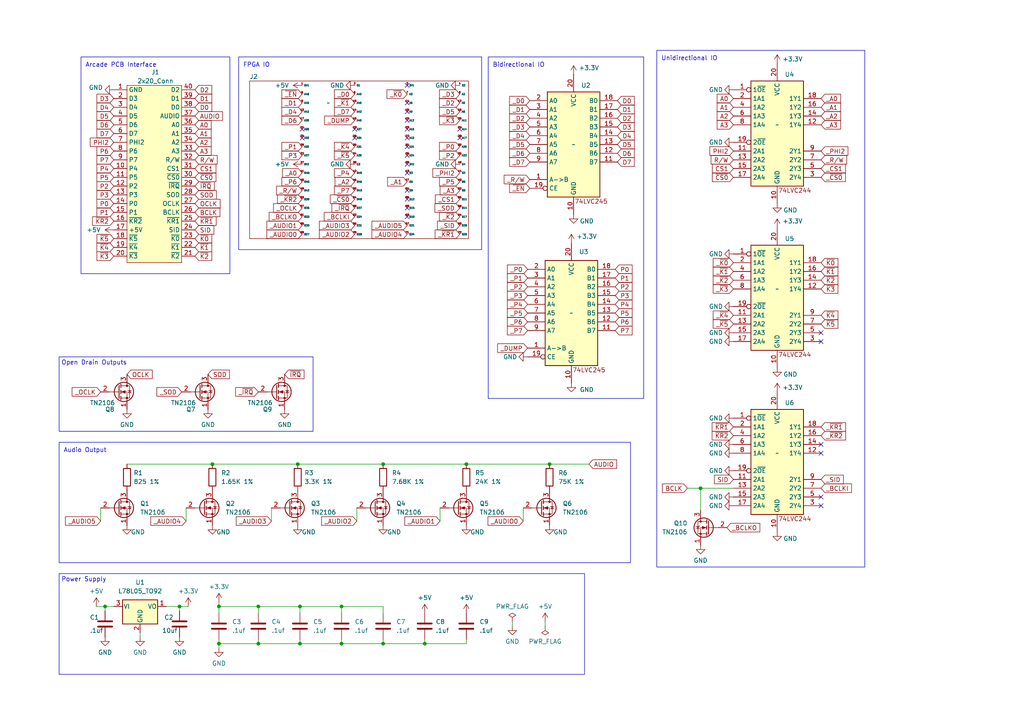
<source format=kicad_sch>
(kicad_sch (version 20230121) (generator eeschema)
  (paper "A4")
  (junction (at 203.2 141.605))
  (junction (at 61.595 134.62))
  (junction (at 86.995 175.895))
  (junction (at 86.36 134.62))
  (junction (at 111.125 186.69))
  (junction (at 159.385 134.62))
  (junction (at 99.06 186.69))
  (junction (at 52.07 175.895))
  (junction (at 135.255 134.62))
  (junction (at 111.125 134.62))
  (junction (at 123.19 186.69))
  (junction (at 74.93 186.69))
  (junction (at 63.5 175.895))
  (junction (at 63.5 186.69))
  (junction (at 99.06 175.895))
  (junction (at 74.93 175.895))
  (junction (at 30.48 175.895))
  (junction (at 86.995 186.69))
  (no_connect (at 118.11 47.625))
  (no_connect (at 238.125 144.145))
  (no_connect (at 133.35 37.465))
  (no_connect (at 118.11 34.925))
  (no_connect (at 118.11 50.165))
  (no_connect (at 118.11 60.325))
  (no_connect (at 118.11 37.465))
  (no_connect (at 102.87 37.465))
  (no_connect (at 133.35 40.005))
  (no_connect (at 118.11 55.245))
  (no_connect (at 238.125 131.445))
  (no_connect (at 118.11 32.385))
  (no_connect (at 118.11 45.085))
  (no_connect (at 87.63 37.465))
  (no_connect (at 87.63 40.005))
  (no_connect (at 102.87 40.005))
  (no_connect (at 118.11 57.785))
  (no_connect (at 118.11 40.005))
  (no_connect (at 118.11 62.865))
  (no_connect (at 238.125 99.06))
  (no_connect (at 118.11 29.845))
  (no_connect (at 118.11 24.765))
  (no_connect (at 118.11 42.545))
  (no_connect (at 238.125 146.685))
  (no_connect (at 238.125 128.905))
  (no_connect (at 238.125 96.52))
  (wire (pts (xy 111.125 175.895) (xy 111.125 177.8)))
  (wire (pts (xy 63.5 186.69) (xy 74.93 186.69)))
  (wire (pts (xy 29.21 147.32) (xy 29.21 151.13)))
  (wire (pts (xy 52.07 175.895) (xy 52.07 177.165)))
  (wire (pts (xy 86.36 134.62) (xy 111.125 134.62)))
  (wire (pts (xy 203.2 141.605) (xy 203.2 147.955)))
  (wire (pts (xy 111.125 186.69) (xy 123.19 186.69)))
  (wire (pts (xy 99.06 175.895) (xy 99.06 177.8)))
  (wire (pts (xy 111.125 134.62) (xy 135.255 134.62)))
  (wire (pts (xy 36.83 134.62) (xy 61.595 134.62)))
  (wire (pts (xy 123.19 185.42) (xy 123.19 186.69)))
  (wire (pts (xy 52.07 175.895) (xy 54.61 175.895)))
  (wire (pts (xy 27.94 175.895) (xy 30.48 175.895)))
  (wire (pts (xy 74.93 175.895) (xy 86.995 175.895)))
  (wire (pts (xy 148.59 180.34) (xy 148.59 181.61)))
  (wire (pts (xy 63.5 175.895) (xy 63.5 177.8)))
  (wire (pts (xy 86.995 186.69) (xy 99.06 186.69)))
  (wire (pts (xy 40.64 184.785) (xy 40.64 183.515)))
  (wire (pts (xy 48.26 175.895) (xy 52.07 175.895)))
  (wire (pts (xy 63.5 185.42) (xy 63.5 186.69)))
  (wire (pts (xy 86.995 175.895) (xy 99.06 175.895)))
  (wire (pts (xy 86.995 175.895) (xy 86.995 177.8)))
  (wire (pts (xy 203.2 141.605) (xy 212.725 141.605)))
  (wire (pts (xy 135.255 134.62) (xy 159.385 134.62)))
  (wire (pts (xy 199.39 141.605) (xy 203.2 141.605)))
  (wire (pts (xy 99.06 175.895) (xy 111.125 175.895)))
  (wire (pts (xy 78.74 147.32) (xy 78.74 151.13)))
  (wire (pts (xy 135.255 186.69) (xy 135.255 185.42)))
  (wire (pts (xy 103.505 147.32) (xy 103.505 151.13)))
  (wire (pts (xy 63.5 174.625) (xy 63.5 175.895)))
  (wire (pts (xy 158.115 180.34) (xy 158.115 181.61)))
  (wire (pts (xy 86.995 186.69) (xy 74.93 186.69)))
  (wire (pts (xy 123.19 186.69) (xy 135.255 186.69)))
  (wire (pts (xy 159.385 134.62) (xy 170.815 134.62)))
  (wire (pts (xy 74.93 186.69) (xy 74.93 185.42)))
  (wire (pts (xy 127.635 147.32) (xy 127.635 151.13)))
  (wire (pts (xy 111.125 186.69) (xy 111.125 185.42)))
  (wire (pts (xy 30.48 175.895) (xy 33.02 175.895)))
  (wire (pts (xy 30.48 175.895) (xy 30.48 177.165)))
  (wire (pts (xy 53.975 147.32) (xy 53.975 151.13)))
  (wire (pts (xy 99.06 186.69) (xy 99.06 185.42)))
  (wire (pts (xy 61.595 134.62) (xy 86.36 134.62)))
  (wire (pts (xy 74.93 175.895) (xy 74.93 177.8)))
  (wire (pts (xy 86.995 185.42) (xy 86.995 186.69)))
  (wire (pts (xy 99.06 186.69) (xy 111.125 186.69)))
  (wire (pts (xy 63.5 186.69) (xy 63.5 187.96)))
  (wire (pts (xy 151.765 147.32) (xy 151.765 151.13)))
  (wire (pts (xy 63.5 175.895) (xy 74.93 175.895)))
  (rectangle (start 23.495 16.51) (end 66.675 79.375))
  (rectangle (start 69.215 16.51) (end 139.7 72.39))
  (rectangle (start 17.145 166.37) (end 169.545 195.58))
  (rectangle (start 141.605 16.51) (end 186.69 115.57))
  (rectangle (start 17.145 128.27) (end 182.88 163.195))
  (rectangle (start 190.5 14.605) (end 250.825 164.465))
  (rectangle (start 17.145 103.505) (end 90.805 125.095))
  (text "Unidirectional IO" (at 191.77 17.78 0) (effects (font (size 1.27 1.27)) (justify left bottom)))
  (text "Arcade PCB Interface" (at 24.765 19.685 0) (effects (font (size 1.27 1.27)) (justify left bottom)))
  (text "Bidirectional IO" (at 142.875 19.685 0) (effects (font (size 1.27 1.27)) (justify left bottom)))
  (text "Audio Output" (at 18.415 131.445 0) (effects (font (size 1.27 1.27)) (justify left bottom)))
  (text "Power Supply" (at 17.78 168.91 0) (effects (font (size 1.27 1.27)) (justify left bottom)))
  (text "Open Drain Outputs" (at 17.78 106.045 0) (effects (font (size 1.27 1.27)) (justify left bottom)))
  (text "FPGA IO" (at 70.485 19.685 0) (effects (font (size 1.27 1.27)) (justify left bottom)))
  (global_label "_D1" (shape input) (at 87.63 29.845 180) (property "Intersheetrefs" "${INTERSHEET_REFS}" (effects hide)))
  (global_label "~{KR2}" (shape input) (at 212.725 126.365 180) (property "Intersheetrefs" "${INTERSHEET_REFS}" (effects hide)))
  (global_label "_~{K0}" (shape input) (at 118.11 27.305 180) (property "Intersheetrefs" "${INTERSHEET_REFS}" (effects hide)))
  (global_label "P2" (shape input) (at 178.435 83.185 0) (property "Intersheetrefs" "${INTERSHEET_REFS}" (effects hide)))
  (global_label "~{K3}" (shape input) (at 33.02 74.295 180) (property "Intersheetrefs" "${INTERSHEET_REFS}" (effects hide)))
  (global_label "~{K0}" (shape input) (at 238.125 76.2 0) (property "Intersheetrefs" "${INTERSHEET_REFS}" (effects hide)))
  (global_label "A0" (shape input) (at 212.725 28.575 180) (property "Intersheetrefs" "${INTERSHEET_REFS}" (effects hide)))
  (global_label "_AUDIO3" (shape input) (at 78.74 151.13 180) (property "Intersheetrefs" "${INTERSHEET_REFS}" (effects hide)))
  (global_label "AUDIO" (shape input) (at 170.815 134.62 0) (property "Intersheetrefs" "${INTERSHEET_REFS}" (effects hide)))
  (global_label "_~{K4}" (shape input) (at 102.87 42.545 180) (property "Intersheetrefs" "${INTERSHEET_REFS}" (effects hide)))
  (global_label "~{K0}" (shape input) (at 56.515 69.215 0) (property "Intersheetrefs" "${INTERSHEET_REFS}" (effects hide)))
  (global_label "D6" (shape input) (at 179.07 44.45 0) (property "Intersheetrefs" "${INTERSHEET_REFS}" (effects hide)))
  (global_label "_DUMP" (shape input) (at 102.87 34.925 180) (property "Intersheetrefs" "${INTERSHEET_REFS}" (effects hide)))
  (global_label "_~{IRQ}" (shape input) (at 74.93 113.665 180) (property "Intersheetrefs" "${INTERSHEET_REFS}" (effects hide)))
  (global_label "A1" (shape input) (at 56.515 38.735 0) (property "Intersheetrefs" "${INTERSHEET_REFS}" (effects hide)))
  (global_label "_D1" (shape input) (at 153.67 31.75 180) (property "Intersheetrefs" "${INTERSHEET_REFS}" (effects hide)))
  (global_label "P4" (shape input) (at 33.02 48.895 180) (property "Intersheetrefs" "${INTERSHEET_REFS}" (effects hide)))
  (global_label "_D7" (shape input) (at 102.87 32.385 180) (property "Intersheetrefs" "${INTERSHEET_REFS}" (effects hide)))
  (global_label "_SID" (shape input) (at 238.125 139.065 0) (property "Intersheetrefs" "${INTERSHEET_REFS}" (effects hide)))
  (global_label "_A1" (shape input) (at 118.11 52.705 180) (property "Intersheetrefs" "${INTERSHEET_REFS}" (effects hide)))
  (global_label "_~{KR1}" (shape input) (at 238.125 123.825 0) (property "Intersheetrefs" "${INTERSHEET_REFS}" (effects hide)))
  (global_label "_AUDIO0" (shape input) (at 87.63 67.945 180) (property "Intersheetrefs" "${INTERSHEET_REFS}" (effects hide)))
  (global_label "_D7" (shape input) (at 153.67 46.99 180) (property "Intersheetrefs" "${INTERSHEET_REFS}" (effects hide)))
  (global_label "_D3" (shape input) (at 133.35 27.305 180) (property "Intersheetrefs" "${INTERSHEET_REFS}" (effects hide)))
  (global_label "_BCLKI" (shape input) (at 102.87 62.865 180) (property "Intersheetrefs" "${INTERSHEET_REFS}" (effects hide)))
  (global_label "_D5" (shape input) (at 153.67 41.91 180) (property "Intersheetrefs" "${INTERSHEET_REFS}" (effects hide)))
  (global_label "_P1" (shape input) (at 153.035 80.645 180) (property "Intersheetrefs" "${INTERSHEET_REFS}" (effects hide)))
  (global_label "_~{CS0}" (shape input) (at 238.125 51.435 0) (property "Intersheetrefs" "${INTERSHEET_REFS}" (effects hide)))
  (global_label "_P4" (shape input) (at 153.035 88.265 180) (property "Intersheetrefs" "${INTERSHEET_REFS}" (effects hide)))
  (global_label "_R{slash}W" (shape input) (at 238.125 46.355 0) (property "Intersheetrefs" "${INTERSHEET_REFS}" (effects hide)))
  (global_label "~{K1}" (shape input) (at 56.515 71.755 0) (property "Intersheetrefs" "${INTERSHEET_REFS}" (effects hide)))
  (global_label "D1" (shape input) (at 56.515 28.575 0) (property "Intersheetrefs" "${INTERSHEET_REFS}" (effects hide)))
  (global_label "_PHI2" (shape input) (at 238.125 43.815 0) (property "Intersheetrefs" "${INTERSHEET_REFS}" (effects hide)))
  (global_label "D0" (shape input) (at 179.07 29.21 0) (property "Intersheetrefs" "${INTERSHEET_REFS}" (effects hide)))
  (global_label "_~{KR2}" (shape input) (at 87.63 57.785 180) (property "Intersheetrefs" "${INTERSHEET_REFS}" (effects hide)))
  (global_label "D2" (shape input) (at 179.07 34.29 0) (property "Intersheetrefs" "${INTERSHEET_REFS}" (effects hide)))
  (global_label "CS1" (shape input) (at 56.515 48.895 0) (property "Intersheetrefs" "${INTERSHEET_REFS}" (effects hide)))
  (global_label "BCLK" (shape input) (at 56.515 61.595 0) (property "Intersheetrefs" "${INTERSHEET_REFS}" (effects hide)))
  (global_label "_P2" (shape input) (at 133.35 45.085 180) (property "Intersheetrefs" "${INTERSHEET_REFS}" (effects hide)))
  (global_label "R{slash}W" (shape input) (at 56.515 46.355 0) (property "Intersheetrefs" "${INTERSHEET_REFS}" (effects hide)))
  (global_label "_~{K2}" (shape input) (at 212.725 81.28 180) (property "Intersheetrefs" "${INTERSHEET_REFS}" (effects hide)))
  (global_label "_~{K5}" (shape input) (at 212.725 93.98 180) (property "Intersheetrefs" "${INTERSHEET_REFS}" (effects hide)))
  (global_label "D0" (shape input) (at 56.515 31.115 0) (property "Intersheetrefs" "${INTERSHEET_REFS}" (effects hide)))
  (global_label "_SOD" (shape input) (at 133.35 60.325 180) (property "Intersheetrefs" "${INTERSHEET_REFS}" (effects hide)))
  (global_label "_~{K3}" (shape input) (at 212.725 83.82 180) (property "Intersheetrefs" "${INTERSHEET_REFS}" (effects hide)))
  (global_label "_AUDIO3" (shape input) (at 102.87 65.405 180) (property "Intersheetrefs" "${INTERSHEET_REFS}" (effects hide)))
  (global_label "P7" (shape input) (at 178.435 95.885 0) (property "Intersheetrefs" "${INTERSHEET_REFS}" (effects hide)))
  (global_label "_D2" (shape input) (at 153.67 34.29 180) (property "Intersheetrefs" "${INTERSHEET_REFS}" (effects hide)))
  (global_label "P5" (shape input) (at 178.435 90.805 0) (property "Intersheetrefs" "${INTERSHEET_REFS}" (effects hide)))
  (global_label "_~{K3}" (shape input) (at 133.35 34.925 180) (property "Intersheetrefs" "${INTERSHEET_REFS}" (effects hide)))
  (global_label "A0" (shape input) (at 56.515 36.195 0) (property "Intersheetrefs" "${INTERSHEET_REFS}" (effects hide)))
  (global_label "D2" (shape input) (at 56.515 26.035 0) (property "Intersheetrefs" "${INTERSHEET_REFS}" (effects hide)))
  (global_label "_A3" (shape input) (at 238.125 36.195 0) (property "Intersheetrefs" "${INTERSHEET_REFS}" (effects hide)))
  (global_label "~{K1}" (shape input) (at 238.125 78.74 0) (property "Intersheetrefs" "${INTERSHEET_REFS}" (effects hide)))
  (global_label "D7" (shape input) (at 179.07 46.99 0) (property "Intersheetrefs" "${INTERSHEET_REFS}" (effects hide)))
  (global_label "_AUDIO2" (shape input) (at 103.505 151.13 180) (property "Intersheetrefs" "${INTERSHEET_REFS}" (effects hide)))
  (global_label "SID" (shape input) (at 56.515 66.675 0) (property "Intersheetrefs" "${INTERSHEET_REFS}" (effects hide)))
  (global_label "_~{IRQ}" (shape input) (at 102.87 60.325 180) (property "Intersheetrefs" "${INTERSHEET_REFS}" (effects hide)))
  (global_label "_SOD" (shape input) (at 52.705 113.665 180) (property "Intersheetrefs" "${INTERSHEET_REFS}" (effects hide)))
  (global_label "A1" (shape input) (at 212.725 31.115 180) (property "Intersheetrefs" "${INTERSHEET_REFS}" (effects hide)))
  (global_label "_BCLKO" (shape input) (at 87.63 62.865 180) (property "Intersheetrefs" "${INTERSHEET_REFS}" (effects hide)))
  (global_label "P6" (shape input) (at 33.02 43.815 180) (property "Intersheetrefs" "${INTERSHEET_REFS}" (effects hide)))
  (global_label "_CS1" (shape input) (at 133.35 57.785 180) (property "Intersheetrefs" "${INTERSHEET_REFS}" (effects hide)))
  (global_label "_~{K1}" (shape input) (at 212.725 78.74 180) (property "Intersheetrefs" "${INTERSHEET_REFS}" (effects hide)))
  (global_label "D3" (shape input) (at 179.07 36.83 0) (property "Intersheetrefs" "${INTERSHEET_REFS}" (effects hide)))
  (global_label "P0" (shape input) (at 33.02 59.055 180) (property "Intersheetrefs" "${INTERSHEET_REFS}" (effects hide)))
  (global_label "D7" (shape input) (at 33.02 38.735 180) (property "Intersheetrefs" "${INTERSHEET_REFS}" (effects hide)))
  (global_label "_P6" (shape input) (at 153.035 93.345 180) (property "Intersheetrefs" "${INTERSHEET_REFS}" (effects hide)))
  (global_label "P3" (shape input) (at 178.435 85.725 0) (property "Intersheetrefs" "${INTERSHEET_REFS}" (effects hide)))
  (global_label "_P5" (shape input) (at 133.35 52.705 180) (property "Intersheetrefs" "${INTERSHEET_REFS}" (effects hide)))
  (global_label "_R{slash}W" (shape input) (at 153.67 52.07 180) (property "Intersheetrefs" "${INTERSHEET_REFS}" (effects hide)))
  (global_label "R{slash}W" (shape input) (at 212.725 46.355 180) (property "Intersheetrefs" "${INTERSHEET_REFS}" (effects hide)))
  (global_label "~{CS0}" (shape input) (at 56.515 51.435 0) (property "Intersheetrefs" "${INTERSHEET_REFS}" (effects hide)))
  (global_label "OCLK" (shape input) (at 56.515 59.055 0) (property "Intersheetrefs" "${INTERSHEET_REFS}" (effects hide)))
  (global_label "_D0" (shape input) (at 153.67 29.21 180) (property "Intersheetrefs" "${INTERSHEET_REFS}" (effects hide)))
  (global_label "_P3" (shape input) (at 87.63 45.085 180) (property "Intersheetrefs" "${INTERSHEET_REFS}" (effects hide)))
  (global_label "P0" (shape input) (at 178.435 78.105 0) (property "Intersheetrefs" "${INTERSHEET_REFS}" (effects hide)))
  (global_label "P7" (shape input) (at 33.02 46.355 180) (property "Intersheetrefs" "${INTERSHEET_REFS}" (effects hide)))
  (global_label "_P7" (shape input) (at 102.87 55.245 180) (property "Intersheetrefs" "${INTERSHEET_REFS}" (effects hide)))
  (global_label "_~{KR1}" (shape input) (at 133.35 67.945 180) (property "Intersheetrefs" "${INTERSHEET_REFS}" (effects hide)))
  (global_label "P5" (shape input) (at 33.02 51.435 180) (property "Intersheetrefs" "${INTERSHEET_REFS}" (effects hide)))
  (global_label "~{K5}" (shape input) (at 238.125 93.98 0) (property "Intersheetrefs" "${INTERSHEET_REFS}" (effects hide)))
  (global_label "D5" (shape input) (at 179.07 41.91 0) (property "Intersheetrefs" "${INTERSHEET_REFS}" (effects hide)))
  (global_label "_D6" (shape input) (at 87.63 34.925 180) (property "Intersheetrefs" "${INTERSHEET_REFS}" (effects hide)))
  (global_label "~{K5}" (shape input) (at 33.02 69.215 180) (property "Intersheetrefs" "${INTERSHEET_REFS}" (effects hide)))
  (global_label "_~{K2}" (shape input) (at 133.35 62.865 180) (property "Intersheetrefs" "${INTERSHEET_REFS}" (effects hide)))
  (global_label "_A0" (shape input) (at 87.63 50.165 180) (property "Intersheetrefs" "${INTERSHEET_REFS}" (effects hide)))
  (global_label "_D5" (shape input) (at 133.35 32.385 180) (property "Intersheetrefs" "${INTERSHEET_REFS}" (effects hide)))
  (global_label "SOD" (shape input) (at 60.325 108.585 0) (property "Intersheetrefs" "${INTERSHEET_REFS}" (effects hide)))
  (global_label "_A1" (shape input) (at 238.125 31.115 0) (property "Intersheetrefs" "${INTERSHEET_REFS}" (effects hide)))
  (global_label "_A2" (shape input) (at 238.125 33.655 0) (property "Intersheetrefs" "${INTERSHEET_REFS}" (effects hide)))
  (global_label "A3" (shape input) (at 212.725 36.195 180) (property "Intersheetrefs" "${INTERSHEET_REFS}" (effects hide)))
  (global_label "_~{K4}" (shape input) (at 212.725 91.44 180) (property "Intersheetrefs" "${INTERSHEET_REFS}" (effects hide)))
  (global_label "_~{CS0}" (shape input) (at 102.87 57.785 180) (property "Intersheetrefs" "${INTERSHEET_REFS}" (effects hide)))
  (global_label "D1" (shape input) (at 179.07 31.75 0) (property "Intersheetrefs" "${INTERSHEET_REFS}" (effects hide)))
  (global_label "P4" (shape input) (at 178.435 88.265 0) (property "Intersheetrefs" "${INTERSHEET_REFS}" (effects hide)))
  (global_label "P2" (shape input) (at 33.02 53.975 180) (property "Intersheetrefs" "${INTERSHEET_REFS}" (effects hide)))
  (global_label "P6" (shape input) (at 178.435 93.345 0) (property "Intersheetrefs" "${INTERSHEET_REFS}" (effects hide)))
  (global_label "_DUMP" (shape input) (at 153.035 100.965 180) (property "Intersheetrefs" "${INTERSHEET_REFS}" (effects hide)))
  (global_label "_SID" (shape input) (at 133.35 65.405 180) (property "Intersheetrefs" "${INTERSHEET_REFS}" (effects hide)))
  (global_label "~{K2}" (shape input) (at 238.125 81.28 0) (property "Intersheetrefs" "${INTERSHEET_REFS}" (effects hide)))
  (global_label "_OCLK" (shape input) (at 29.21 113.665 180) (property "Intersheetrefs" "${INTERSHEET_REFS}" (effects hide)))
  (global_label "_~{K0}" (shape input) (at 212.725 76.2 180) (property "Intersheetrefs" "${INTERSHEET_REFS}" (effects hide)))
  (global_label "_P3" (shape input) (at 153.035 85.725 180) (property "Intersheetrefs" "${INTERSHEET_REFS}" (effects hide)))
  (global_label "~{IRQ}" (shape input) (at 82.55 108.585 0) (property "Intersheetrefs" "${INTERSHEET_REFS}" (effects hide)))
  (global_label "AUDIO" (shape input) (at 56.515 33.655 0) (property "Intersheetrefs" "${INTERSHEET_REFS}" (effects hide)))
  (global_label "_P4" (shape input) (at 102.87 50.165 180) (property "Intersheetrefs" "${INTERSHEET_REFS}" (effects hide)))
  (global_label "A2" (shape input) (at 56.515 41.275 0) (property "Intersheetrefs" "${INTERSHEET_REFS}" (effects hide)))
  (global_label "_D4" (shape input) (at 153.67 39.37 180) (property "Intersheetrefs" "${INTERSHEET_REFS}" (effects hide)))
  (global_label "_~{K5}" (shape input) (at 102.87 45.085 180) (property "Intersheetrefs" "${INTERSHEET_REFS}" (effects hide)))
  (global_label "~{IRQ}" (shape input) (at 56.515 53.975 0) (property "Intersheetrefs" "${INTERSHEET_REFS}" (effects hide)))
  (global_label "_D4" (shape input) (at 87.63 32.385 180) (property "Intersheetrefs" "${INTERSHEET_REFS}" (effects hide)))
  (global_label "_AUDIO5" (shape input) (at 29.21 151.13 180) (property "Intersheetrefs" "${INTERSHEET_REFS}" (effects hide)))
  (global_label "_AUDIO4" (shape input) (at 53.975 151.13 180) (property "Intersheetrefs" "${INTERSHEET_REFS}" (effects hide)))
  (global_label "_R{slash}W" (shape input) (at 87.63 55.245 180) (property "Intersheetrefs" "${INTERSHEET_REFS}" (effects hide)))
  (global_label "_BCLKO" (shape input) (at 210.82 153.035 0) (property "Intersheetrefs" "${INTERSHEET_REFS}" (effects hide)))
  (global_label "D4" (shape input) (at 33.02 31.115 180) (property "Intersheetrefs" "${INTERSHEET_REFS}" (effects hide)))
  (global_label "_P1" (shape input) (at 87.63 42.545 180) (property "Intersheetrefs" "${INTERSHEET_REFS}" (effects hide)))
  (global_label "OCLK" (shape input) (at 36.83 108.585 0) (property "Intersheetrefs" "${INTERSHEET_REFS}" (effects hide)))
  (global_label "_P2" (shape input) (at 153.035 83.185 180) (property "Intersheetrefs" "${INTERSHEET_REFS}" (effects hide)))
  (global_label "D3" (shape input) (at 33.02 28.575 180) (property "Intersheetrefs" "${INTERSHEET_REFS}" (effects hide)))
  (global_label "~{KR1}" (shape input) (at 56.515 64.135 0) (property "Intersheetrefs" "${INTERSHEET_REFS}" (effects hide)))
  (global_label "~{CS0}" (shape input) (at 212.725 51.435 180) (property "Intersheetrefs" "${INTERSHEET_REFS}" (effects hide)))
  (global_label "_P5" (shape input) (at 153.035 90.805 180) (property "Intersheetrefs" "${INTERSHEET_REFS}" (effects hide)))
  (global_label "_D0" (shape input) (at 102.87 27.305 180) (property "Intersheetrefs" "${INTERSHEET_REFS}" (effects hide)))
  (global_label "_AUDIO1" (shape input) (at 127.635 151.13 180) (property "Intersheetrefs" "${INTERSHEET_REFS}" (effects hide)))
  (global_label "D4" (shape input) (at 179.07 39.37 0) (property "Intersheetrefs" "${INTERSHEET_REFS}" (effects hide)))
  (global_label "P1" (shape input) (at 33.02 61.595 180) (property "Intersheetrefs" "${INTERSHEET_REFS}" (effects hide)))
  (global_label "D6" (shape input) (at 33.02 36.195 180) (property "Intersheetrefs" "${INTERSHEET_REFS}" (effects hide)))
  (global_label "SID" (shape input) (at 212.725 139.065 180) (property "Intersheetrefs" "${INTERSHEET_REFS}" (effects hide)))
  (global_label "_D6" (shape input) (at 153.67 44.45 180) (property "Intersheetrefs" "${INTERSHEET_REFS}" (effects hide)))
  (global_label "D5" (shape input) (at 33.02 33.655 180) (property "Intersheetrefs" "${INTERSHEET_REFS}" (effects hide)))
  (global_label "_AUDIO5" (shape input) (at 118.11 65.405 180) (property "Intersheetrefs" "${INTERSHEET_REFS}" (effects hide)))
  (global_label "_AUDIO0" (shape input) (at 151.765 151.13 180) (property "Intersheetrefs" "${INTERSHEET_REFS}" (effects hide)))
  (global_label "_PHI2" (shape input) (at 133.35 50.165 180) (property "Intersheetrefs" "${INTERSHEET_REFS}" (effects hide)))
  (global_label "SOD" (shape input) (at 56.515 56.515 0) (property "Intersheetrefs" "${INTERSHEET_REFS}" (effects hide)))
  (global_label "_A2" (shape input) (at 102.87 52.705 180) (property "Intersheetrefs" "${INTERSHEET_REFS}" (effects hide)))
  (global_label "_P7" (shape input) (at 153.035 95.885 180) (property "Intersheetrefs" "${INTERSHEET_REFS}" (effects hide)))
  (global_label "_P6" (shape input) (at 87.63 52.705 180) (property "Intersheetrefs" "${INTERSHEET_REFS}" (effects hide)))
  (global_label "_P0" (shape input) (at 153.035 78.105 180) (property "Intersheetrefs" "${INTERSHEET_REFS}" (effects hide)))
  (global_label "P1" (shape input) (at 178.435 80.645 0) (property "Intersheetrefs" "${INTERSHEET_REFS}" (effects hide)))
  (global_label "_~{KR2}" (shape input) (at 238.125 126.365 0) (property "Intersheetrefs" "${INTERSHEET_REFS}" (effects hide)))
  (global_label "~{KR2}" (shape input) (at 33.02 64.135 180) (property "Intersheetrefs" "${INTERSHEET_REFS}" (effects hide)))
  (global_label "_AUDIO1" (shape input) (at 87.63 65.405 180) (property "Intersheetrefs" "${INTERSHEET_REFS}" (effects hide)))
  (global_label "_A0" (shape input) (at 238.125 28.575 0) (property "Intersheetrefs" "${INTERSHEET_REFS}" (effects hide)))
  (global_label "~{_EN}" (shape input) (at 153.67 54.61 180) (property "Intersheetrefs" "${INTERSHEET_REFS}" (effects hide)))
  (global_label "~{KR1}" (shape input) (at 212.725 123.825 180) (property "Intersheetrefs" "${INTERSHEET_REFS}" (effects hide)))
  (global_label "CS1" (shape input) (at 212.725 48.895 180) (property "Intersheetrefs" "${INTERSHEET_REFS}" (effects hide)))
  (global_label "~{K4}" (shape input) (at 33.02 71.755 180) (property "Intersheetrefs" "${INTERSHEET_REFS}" (effects hide)))
  (global_label "A2" (shape input) (at 212.725 33.655 180) (property "Intersheetrefs" "${INTERSHEET_REFS}" (effects hide)))
  (global_label "_CS1" (shape input) (at 238.125 48.895 0) (property "Intersheetrefs" "${INTERSHEET_REFS}" (effects hide)))
  (global_label "_~{K1}" (shape input) (at 102.87 29.845 180) (property "Intersheetrefs" "${INTERSHEET_REFS}" (effects hide)))
  (global_label "~{K3}" (shape input) (at 238.125 83.82 0) (property "Intersheetrefs" "${INTERSHEET_REFS}" (effects hide)))
  (global_label "_BCLKI" (shape input) (at 238.125 141.605 0) (property "Intersheetrefs" "${INTERSHEET_REFS}" (effects hide)))
  (global_label "~{K2}" (shape input) (at 56.515 74.295 0) (property "Intersheetrefs" "${INTERSHEET_REFS}" (effects hide)))
  (global_label "_D2" (shape input) (at 133.35 29.845 180) (property "Intersheetrefs" "${INTERSHEET_REFS}" (effects hide)))
  (global_label "_OCLK" (shape input) (at 87.63 60.325 180) (property "Intersheetrefs" "${INTERSHEET_REFS}" (effects hide)))
  (global_label "_P0" (shape input) (at 133.35 42.545 180) (property "Intersheetrefs" "${INTERSHEET_REFS}" (effects hide)))
  (global_label "_D3" (shape input) (at 153.67 36.83 180) (property "Intersheetrefs" "${INTERSHEET_REFS}" (effects hide)))
  (global_label "P3" (shape input) (at 33.02 56.515 180) (property "Intersheetrefs" "${INTERSHEET_REFS}" (effects hide)))
  (global_label "A3" (shape input) (at 56.515 43.815 0) (property "Intersheetrefs" "${INTERSHEET_REFS}" (effects hide)))
  (global_label "~{_EN}" (shape input) (at 87.63 27.305 180) (property "Intersheetrefs" "${INTERSHEET_REFS}" (effects hide)))
  (global_label "_AUDIO2" (shape input) (at 102.87 67.945 180) (property "Intersheetrefs" "${INTERSHEET_REFS}" (effects hide)))
  (global_label "_AUDIO4" (shape input) (at 118.11 67.945 180) (property "Intersheetrefs" "${INTERSHEET_REFS}" (effects hide)))
  (global_label "PHI2" (shape input) (at 33.02 41.275 180) (property "Intersheetrefs" "${INTERSHEET_REFS}" (effects hide)))
  (global_label "~{K4}" (shape input) (at 238.125 91.44 0) (property "Intersheetrefs" "${INTERSHEET_REFS}" (effects hide)))
  (global_label "_A3" (shape input) (at 133.35 55.245 180) (property "Intersheetrefs" "${INTERSHEET_REFS}" (effects hide)))
  (global_label "PHI2" (shape input) (at 212.725 43.815 180) (property "Intersheetrefs" "${INTERSHEET_REFS}" (effects hide)))
  (global_label "BCLK" (shape input) (at 199.39 141.605 180) (property "Intersheetrefs" "${INTERSHEET_REFS}" (effects hide)))
  (symbol (lib_id "Device:R") (at 159.385 138.43 0) (unit 1)
    (property "Reference" "R6" (at 161.925 137.16 0) (effects (justify left)))
    (property "Value" "75K 1%" (at 161.925 139.7 0) (effects (justify left)))
    (property "Footprint" "Resistor_THT:R_Axial_DIN0207_L6.3mm_D2.5mm_P10.16mm_Horizontal" (effects hide))
  )
  (symbol (lib_id "Device:C") (at 111.125 181.61 0) (unit 1)
    (property "Reference" "C7" (at 114.935 180.34 0) (effects (justify left)))
    (property "Value" ".1uf" (at 114.935 182.88 0) (effects (justify left)))
    (property "Footprint" "Capacitor_THT:C_Axial_L3.8mm_D2.6mm_P10.00mm_Horizontal" (effects hide))
  )
  (symbol (lib_id "Transistor_FET:2N7000") (at 59.055 147.32 0) (unit 1)
    (property "Reference" "Q2" (at 65.405 146.05 0) (effects (justify left)))
    (property "Value" "TN2106" (at 65.405 148.59 0) (effects (justify left)))
    (property "Footprint" "Package_TO_SOT_THT:TO-92_Inline" (effects hide))
    (property "Datasheet" "https://www.vishay.com/docs/70226/70226.pdf" (effects hide))
  )
  (symbol (lib_id "power:+5V") (at 87.63 47.625 90) (unit 1)
    (property "Reference" "#PWR02" (effects hide))
    (property "Value" "+5V" (at 83.82 47.625 90) (effects (justify left)))
  )
  (symbol (lib_name "GND_1") (lib_id "power:GND") (at 133.35 47.625 270) (unit 1)
    (property "Reference" "#PWR06" (effects hide))
    (property "Value" "GND" (at 128.27 47.625 90))
  )
  (symbol (lib_id "Device:R") (at 111.125 138.43 0) (unit 1)
    (property "Reference" "R4" (at 113.665 137.16 0) (effects (justify left)))
    (property "Value" "7.68K 1%" (at 113.665 139.7 0) (effects (justify left)))
    (property "Footprint" "Resistor_THT:R_Axial_DIN0207_L6.3mm_D2.5mm_P10.16mm_Horizontal" (effects hide))
  )
  (symbol (lib_name "+3.3V_2") (lib_id "power:+3.3V") (at 63.5 174.625 0) (unit 1)
    (property "Reference" "#PWR050" (effects hide))
    (property "Value" "+3.3V" (at 63.5 170.18 0))
  )
  (symbol (lib_id "Device:R") (at 135.255 138.43 0) (unit 1)
    (property "Reference" "R5" (at 137.795 137.16 0) (effects (justify left)))
    (property "Value" "24K 1%" (at 137.795 139.7 0) (effects (justify left)))
    (property "Footprint" "Resistor_THT:R_Axial_DIN0207_L6.3mm_D2.5mm_P10.16mm_Horizontal" (effects hide))
  )
  (symbol (lib_name "GND_1") (lib_id "power:GND") (at 212.725 146.685 270) (unit 1)
    (property "Reference" "#PWR040" (effects hide))
    (property "Value" "GND" (at 207.645 146.685 90))
  )
  (symbol (lib_name "GND_1") (lib_id "power:GND") (at 61.595 152.4 0) (unit 1)
    (property "Reference" "#PWR031" (effects hide))
    (property "Value" "GND" (at 64.77 154.305 0))
  )
  (symbol (lib_name "+5V_1") (lib_id "power:+5V") (at 123.19 177.8 0) (unit 1)
    (property "Reference" "#PWR051" (effects hide))
    (property "Value" "+5V" (at 123.19 173.355 0))
  )
  (symbol (lib_id "Device:R") (at 86.36 138.43 0) (unit 1)
    (property "Reference" "R3" (at 88.265 137.16 0) (effects (justify left)))
    (property "Value" "3.3K 1%" (at 88.265 139.7 0) (effects (justify left)))
    (property "Footprint" "Resistor_THT:R_Axial_DIN0207_L6.3mm_D2.5mm_P10.16mm_Horizontal" (effects hide))
  )
  (symbol (lib_name "GND_1") (lib_id "power:GND") (at 225.425 106.68 0) (unit 1)
    (property "Reference" "#PWR044" (effects hide))
    (property "Value" "GND" (at 229.235 108.585 0))
  )
  (symbol (lib_name "GND_1") (lib_id "power:GND") (at 102.87 47.625 270) (unit 1)
    (property "Reference" "#PWR04" (effects hide))
    (property "Value" "GND" (at 97.79 47.625 90))
  )
  (symbol (lib_name "GND_1") (lib_id "power:GND") (at 203.2 158.115 0) (unit 1)
    (property "Reference" "#PWR022" (effects hide))
    (property "Value" "GND" (at 203.2 162.56 0))
  )
  (symbol (lib_name "GND_1") (lib_id "power:GND") (at 212.725 73.66 270) (unit 1)
    (property "Reference" "#PWR025" (effects hide))
    (property "Value" "GND" (at 207.645 73.66 90))
  )
  (symbol (lib_id "Transistor_FET:2N7000") (at 80.01 113.665 0) (unit 1)
    (property "Reference" "Q9" (at 76.2 118.745 0) (effects (justify left)))
    (property "Value" "TN2106" (at 71.755 116.84 0) (effects (justify left)))
    (property "Footprint" "Package_TO_SOT_THT:TO-92_Inline" (effects hide))
    (property "Datasheet" "https://www.vishay.com/docs/70226/70226.pdf" (effects hide))
  )
  (symbol (lib_name "GND_1") (lib_id "power:GND") (at 36.83 118.745 0) (unit 1)
    (property "Reference" "#PWR047" (effects hide))
    (property "Value" "GND" (at 36.83 123.19 0))
  )
  (symbol (lib_id "POKEY:2x20_Conn") (at 45.085 50.165 0) (unit 1)
    (property "Reference" "J1" (at 45.085 20.955 0))
    (property "Value" "2x20_Conn" (at 45.085 23.495 0))
    (property "Footprint" "POKEY_Footprints:Con_2X20" (effects hide))
  )
  (symbol (lib_id "Device:R") (at 36.83 138.43 0) (unit 1)
    (property "Reference" "R1" (at 38.735 137.16 0) (effects (justify left)))
    (property "Value" "825 1%" (at 38.735 139.7 0) (effects (justify left)))
    (property "Footprint" "Resistor_THT:R_Axial_DIN0207_L6.3mm_D2.5mm_P10.16mm_Horizontal" (effects hide))
  )
  (symbol (lib_name "GND_1") (lib_id "power:GND") (at 135.255 152.4 0) (unit 1)
    (property "Reference" "#PWR034" (effects hide))
    (property "Value" "GND" (at 138.43 154.305 0))
  )
  (symbol (lib_id "power:+5V") (at 33.02 66.675 90) (unit 1)
    (property "Reference" "#PWR08" (effects hide))
    (property "Value" "+5V" (at 29.21 66.675 90) (effects (justify left)))
  )
  (symbol (lib_name "GND_1") (lib_id "power:GND") (at 212.725 26.035 270) (unit 1)
    (property "Reference" "#PWR023" (effects hide))
    (property "Value" "GND" (at 207.645 26.035 90))
  )
  (symbol (lib_name "GND_1") (lib_id "power:GND") (at 86.36 152.4 0) (unit 1)
    (property "Reference" "#PWR032" (effects hide))
    (property "Value" "GND" (at 89.535 154.305 0))
  )
  (symbol (lib_name "GND_1") (lib_id "power:GND") (at 212.725 136.525 270) (unit 1)
    (property "Reference" "#PWR038" (effects hide))
    (property "Value" "GND" (at 207.645 136.525 90))
  )
  (symbol (lib_name "GND_1") (lib_id "power:GND") (at 212.725 99.06 270) (unit 1)
    (property "Reference" "#PWR028" (effects hide))
    (property "Value" "GND" (at 207.645 99.06 90))
  )
  (symbol (lib_id "Device:C") (at 123.19 181.61 0) (unit 1)
    (property "Reference" "C8" (at 126.365 180.34 0) (effects (justify left)))
    (property "Value" ".1uf" (at 126.365 182.88 0) (effects (justify left)))
    (property "Footprint" "Capacitor_THT:C_Axial_L3.8mm_D2.6mm_P10.00mm_Horizontal" (effects hide))
  )
  (symbol (lib_name "GND_1") (lib_id "power:GND") (at 36.83 152.4 0) (unit 1)
    (property "Reference" "#PWR030" (effects hide))
    (property "Value" "GND" (at 40.005 154.305 0))
  )
  (symbol (lib_name "+3.3V_2") (lib_id "power:+3.3V") (at 165.735 70.485 0) (unit 1)
    (property "Reference" "#PWR019" (effects hide))
    (property "Value" "+3.3V" (at 170.18 68.58 0))
  )
  (symbol (lib_name "GND_1") (lib_id "power:GND") (at 133.35 24.765 270) (unit 1)
    (property "Reference" "#PWR05" (effects hide))
    (property "Value" "GND" (at 128.27 24.765 90))
  )
  (symbol (lib_id "POKEY:74LVC245_DIP") (at 166.37 41.91 0) (unit 1)
    (property "Reference" "U2" (at 168.5641 24.765 0) (effects (justify left)))
    (property "Value" "~" (at 166.37 41.91 0))
    (property "Footprint" "POKEY_Footprints:DIP_20" (effects hide))
  )
  (symbol (lib_id "POKEY:74LVC245_DIP") (at 165.735 90.805 0) (unit 1)
    (property "Reference" "U3" (at 167.9291 73.025 0) (effects (justify left)))
    (property "Value" "~" (at 165.735 90.805 0))
    (property "Footprint" "POKEY_Footprints:DIP_20" (effects hide))
  )
  (symbol (lib_name "+5V_1") (lib_id "power:+5V") (at 158.115 180.34 0) (unit 1)
    (property "Reference" "#PWR010" (effects hide))
    (property "Value" "+5V" (at 158.115 175.895 0))
  )
  (symbol (lib_name "GND_1") (lib_id "power:GND") (at 153.035 103.505 270) (unit 1)
    (property "Reference" "#PWR021" (effects hide))
    (property "Value" "GND" (at 147.955 103.505 90))
  )
  (symbol (lib_name "GND_1") (lib_id "power:GND") (at 212.725 121.285 270) (unit 1)
    (property "Reference" "#PWR029" (effects hide))
    (property "Value" "GND" (at 207.645 121.285 90))
  )
  (symbol (lib_name "+3.3V_2") (lib_id "power:+3.3V") (at 225.425 18.415 0) (unit 1)
    (property "Reference" "#PWR041" (effects hide))
    (property "Value" "+3.3V" (at 229.87 17.145 0))
  )
  (symbol (lib_id "Device:C") (at 74.93 181.61 0) (unit 1)
    (property "Reference" "C4" (at 78.74 180.34 0) (effects (justify left)))
    (property "Value" ".1uf" (at 78.74 182.88 0) (effects (justify left)))
    (property "Footprint" "Capacitor_THT:C_Axial_L3.8mm_D2.6mm_P10.00mm_Horizontal" (effects hide))
  )
  (symbol (lib_name "GND_1") (lib_id "power:GND") (at 212.725 96.52 270) (unit 1)
    (property "Reference" "#PWR027" (effects hide))
    (property "Value" "GND" (at 207.645 96.52 90))
  )
  (symbol (lib_name "GND_1") (lib_id "power:GND") (at 63.5 187.96 0) (unit 1)
    (property "Reference" "#PWR015" (effects hide))
    (property "Value" "GND" (at 63.5 192.405 0))
  )
  (symbol (lib_name "GND_1") (lib_id "power:GND") (at 30.48 184.785 0) (unit 1)
    (property "Reference" "#PWR012" (effects hide))
    (property "Value" "GND" (at 30.48 189.23 0))
  )
  (symbol (lib_id "Transistor_FET:2N7000") (at 108.585 147.32 0) (unit 1)
    (property "Reference" "Q4" (at 114.935 146.05 0) (effects (justify left)))
    (property "Value" "TN2106" (at 114.935 148.59 0) (effects (justify left)))
    (property "Footprint" "Package_TO_SOT_THT:TO-92_Inline" (effects hide))
    (property "Datasheet" "https://www.vishay.com/docs/70226/70226.pdf" (effects hide))
  )
  (symbol (lib_name "+5V_1") (lib_id "power:+5V") (at 27.94 175.895 0) (unit 1)
    (property "Reference" "#PWR011" (effects hide))
    (property "Value" "+5V" (at 27.94 171.45 0))
  )
  (symbol (lib_id "Transistor_FET:2N7000") (at 83.82 147.32 0) (unit 1)
    (property "Reference" "Q3" (at 90.17 146.05 0) (effects (justify left)))
    (property "Value" "TN2106" (at 90.17 148.59 0) (effects (justify left)))
    (property "Footprint" "Package_TO_SOT_THT:TO-92_Inline" (effects hide))
    (property "Datasheet" "https://www.vishay.com/docs/70226/70226.pdf" (effects hide))
  )
  (symbol (lib_name "GND_1") (lib_id "power:GND") (at 212.725 131.445 270) (unit 1)
    (property "Reference" "#PWR037" (effects hide))
    (property "Value" "GND" (at 207.645 131.445 90))
  )
  (symbol (lib_id "Transistor_FET:2N7000") (at 205.74 153.035 0) (mirror y) (unit 1)
    (property "Reference" "Q10" (at 199.39 151.765 0) (effects (justify left)))
    (property "Value" "TN2106" (at 199.39 154.305 0) (effects (justify left)))
    (property "Footprint" "Package_TO_SOT_THT:TO-92_Inline" (effects hide))
    (property "Datasheet" "https://www.vishay.com/docs/70226/70226.pdf" (effects hide))
  )
  (symbol (lib_id "Device:C") (at 99.06 181.61 0) (unit 1)
    (property "Reference" "C6" (at 102.87 180.34 0) (effects (justify left)))
    (property "Value" ".1uf" (at 102.87 182.88 0) (effects (justify left)))
    (property "Footprint" "Capacitor_THT:C_Axial_L3.8mm_D2.6mm_P10.00mm_Horizontal" (effects hide))
  )
  (symbol (lib_name "GND_1") (lib_id "power:GND") (at 82.55 118.745 0) (unit 1)
    (property "Reference" "#PWR049" (effects hide))
    (property "Value" "GND" (at 82.55 123.19 0))
  )
  (symbol (lib_name "GND_1") (lib_id "power:GND") (at 165.735 111.125 0) (unit 1)
    (property "Reference" "#PWR020" (effects hide))
    (property "Value" "GND" (at 170.18 113.03 0))
  )
  (symbol (lib_name "GND_1") (lib_id "power:GND") (at 225.425 154.305 0) (unit 1)
    (property "Reference" "#PWR046" (effects hide))
    (property "Value" "GND" (at 229.235 156.21 0))
  )
  (symbol (lib_name "GND_1") (lib_id "power:GND") (at 52.07 184.785 0) (unit 1)
    (property "Reference" "#PWR014" (effects hide))
    (property "Value" "GND" (at 52.07 189.23 0))
  )
  (symbol (lib_id "Device:C") (at 63.5 181.61 0) (unit 1)
    (property "Reference" "C3" (at 67.31 180.34 0) (effects (justify left)))
    (property "Value" ".1uf" (at 67.31 182.88 0) (effects (justify left)))
    (property "Footprint" "Capacitor_THT:C_Axial_L3.8mm_D2.6mm_P10.00mm_Horizontal" (effects hide))
  )
  (symbol (lib_name "GND_1") (lib_id "power:GND") (at 111.125 152.4 0) (unit 1)
    (property "Reference" "#PWR033" (effects hide))
    (property "Value" "GND" (at 114.3 154.305 0))
  )
  (symbol (lib_id "power:+5V") (at 87.63 24.765 90) (unit 1)
    (property "Reference" "#PWR01" (effects hide))
    (property "Value" "+5V" (at 83.82 24.765 90) (effects (justify left)))
  )
  (symbol (lib_name "GND_2") (lib_id "power:GND") (at 33.02 26.035 270) (unit 1)
    (property "Reference" "#PWR07" (effects hide))
    (property "Value" "GND" (at 29.845 25.4 90) (effects (justify right)))
  )
  (symbol (lib_id "Device:C") (at 52.07 180.975 0) (unit 1)
    (property "Reference" "C2" (at 47.625 179.07 0) (effects (justify left)))
    (property "Value" "10uf" (at 46.99 182.88 0) (effects (justify left)))
    (property "Footprint" "Capacitor_THT:CP_Radial_D5.0mm_P2.00mm" (effects hide))
  )
  (symbol (lib_id "power:PWR_FLAG") (at 148.59 180.34 0) (unit 1)
    (property "Reference" "#FLG01" (effects hide))
    (property "Value" "PWR_FLAG" (at 148.59 175.895 0))
  )
  (symbol (lib_name "+3.3V_2") (lib_id "power:+3.3V") (at 225.425 113.665 0) (unit 1)
    (property "Reference" "#PWR045" (effects hide))
    (property "Value" "+3.3V" (at 229.87 112.395 0))
  )
  (symbol (lib_id "Device:R") (at 61.595 138.43 0) (unit 1)
    (property "Reference" "R2" (at 64.135 137.16 0) (effects (justify left)))
    (property "Value" "1.65K 1%" (at 64.135 139.7 0) (effects (justify left)))
    (property "Footprint" "Resistor_THT:R_Axial_DIN0207_L6.3mm_D2.5mm_P10.16mm_Horizontal" (effects hide))
  )
  (symbol (lib_id "Transistor_FET:2N7000") (at 132.715 147.32 0) (unit 1)
    (property "Reference" "Q5" (at 139.065 146.05 0) (effects (justify left)))
    (property "Value" "TN2106" (at 139.065 148.59 0) (effects (justify left)))
    (property "Footprint" "Package_TO_SOT_THT:TO-92_Inline" (effects hide))
    (property "Datasheet" "https://www.vishay.com/docs/70226/70226.pdf" (effects hide))
  )
  (symbol (lib_name "+3.3V_2") (lib_id "power:+3.3V") (at 166.37 21.59 0) (unit 1)
    (property "Reference" "#PWR017" (effects hide))
    (property "Value" "+3.3V" (at 170.815 19.685 0))
  )
  (symbol (lib_id "Transistor_FET:2N7000") (at 156.845 147.32 0) (unit 1)
    (property "Reference" "Q6" (at 163.195 146.05 0) (effects (justify left)))
    (property "Value" "TN2106" (at 163.195 148.59 0) (effects (justify left)))
    (property "Footprint" "Package_TO_SOT_THT:TO-92_Inline" (effects hide))
    (property "Datasheet" "https://www.vishay.com/docs/70226/70226.pdf" (effects hide))
  )
  (symbol (lib_id "Device:C") (at 30.48 180.975 0) (unit 1)
    (property "Reference" "C1" (at 26.035 179.07 0) (effects (justify left)))
    (property "Value" ".1uf" (at 26.035 182.88 0) (effects (justify left)))
    (property "Footprint" "Capacitor_THT:C_Axial_L3.8mm_D2.6mm_P10.00mm_Horizontal" (effects hide))
  )
  (symbol (lib_id "POKEY:Proto_Con") (at 104.14 46.355 0) (unit 1)
    (property "Reference" "J2" (at 72.39 22.225 0) (effects (justify left)))
    (property "Value" "~" (at 95.25 29.845 0))
    (property "Footprint" "POKEY_Footprints:Proto-72Pin" (effects hide))
  )
  (symbol (lib_name "GND_1") (lib_id "power:GND") (at 166.37 62.23 0) (unit 1)
    (property "Reference" "#PWR018" (effects hide))
    (property "Value" "GND" (at 170.18 64.135 0))
  )
  (symbol (lib_name "GND_1") (lib_id "power:GND") (at 225.425 59.055 0) (unit 1)
    (property "Reference" "#PWR042" (effects hide))
    (property "Value" "GND" (at 229.235 60.96 0))
  )
  (symbol (lib_id "POKEY:74LVC244 DIP") (at 225.425 86.36 0) (unit 1)
    (property "Reference" "U5" (at 227.6191 69.215 0) (effects (justify left)))
    (property "Value" "~" (at 225.425 83.82 0))
    (property "Footprint" "POKEY_Footprints:DIP_20" (effects hide))
  )
  (symbol (lib_name "GND_1") (lib_id "power:GND") (at 40.64 184.785 0) (unit 1)
    (property "Reference" "#PWR013" (effects hide))
    (property "Value" "GND" (at 40.64 189.23 0))
  )
  (symbol (lib_name "GND_1") (lib_id "power:GND") (at 212.725 144.145 270) (unit 1)
    (property "Reference" "#PWR039" (effects hide))
    (property "Value" "GND" (at 207.645 144.145 90))
  )
  (symbol (lib_id "POKEY:74LVC244 DIP") (at 225.425 38.735 0) (unit 1)
    (property "Reference" "U4" (at 227.6191 21.59 0) (effects (justify left)))
    (property "Value" "~" (at 225.425 36.195 0))
    (property "Footprint" "POKEY_Footprints:DIP_20" (effects hide))
  )
  (symbol (lib_id "Transistor_FET:2N7000") (at 57.785 113.665 0) (unit 1)
    (property "Reference" "Q7" (at 53.975 118.745 0) (effects (justify left)))
    (property "Value" "TN2106" (at 49.53 116.84 0) (effects (justify left)))
    (property "Footprint" "Package_TO_SOT_THT:TO-92_Inline" (effects hide))
    (property "Datasheet" "https://www.vishay.com/docs/70226/70226.pdf" (effects hide))
  )
  (symbol (lib_id "Device:C") (at 135.255 181.61 0) (unit 1)
    (property "Reference" "C9" (at 139.065 180.34 0) (effects (justify left)))
    (property "Value" ".1uf" (at 139.065 182.88 0) (effects (justify left)))
    (property "Footprint" "Capacitor_THT:C_Axial_L3.8mm_D2.6mm_P10.00mm_Horizontal" (effects hide))
  )
  (symbol (lib_name "GND_1") (lib_id "power:GND") (at 212.725 128.905 270) (unit 1)
    (property "Reference" "#PWR036" (effects hide))
    (property "Value" "GND" (at 207.645 128.905 90))
  )
  (symbol (lib_name "+3.3V_2") (lib_id "power:+3.3V") (at 225.425 66.04 0) (unit 1)
    (property "Reference" "#PWR043" (effects hide))
    (property "Value" "+3.3V" (at 229.87 64.135 0))
  )
  (symbol (lib_name "GND_1") (lib_id "power:GND") (at 148.59 181.61 0) (unit 1)
    (property "Reference" "#PWR09" (effects hide))
    (property "Value" "GND" (at 148.59 186.055 0))
  )
  (symbol (lib_name "GND_1") (lib_id "power:GND") (at 212.725 41.275 270) (unit 1)
    (property "Reference" "#PWR024" (effects hide))
    (property "Value" "GND" (at 207.645 41.275 90))
  )
  (symbol (lib_id "Transistor_FET:2N7000") (at 34.29 113.665 0) (unit 1)
    (property "Reference" "Q8" (at 30.48 118.745 0) (effects (justify left)))
    (property "Value" "TN2106" (at 26.035 116.84 0) (effects (justify left)))
    (property "Footprint" "Package_TO_SOT_THT:TO-92_Inline" (effects hide))
    (property "Datasheet" "https://www.vishay.com/docs/70226/70226.pdf" (effects hide))
  )
  (symbol (lib_name "+3.3V_2") (lib_id "power:+3.3V") (at 54.61 175.895 0) (unit 1)
    (property "Reference" "#PWR016" (effects hide))
    (property "Value" "+3.3V" (at 54.61 171.45 0))
  )
  (symbol (lib_name "GND_1") (lib_id "power:GND") (at 159.385 152.4 0) (unit 1)
    (property "Reference" "#PWR035" (effects hide))
    (property "Value" "GND" (at 162.56 154.305 0))
  )
  (symbol (lib_name "GND_1") (lib_id "power:GND") (at 212.725 88.9 270) (unit 1)
    (property "Reference" "#PWR026" (effects hide))
    (property "Value" "GND" (at 207.645 88.9 90))
  )
  (symbol (lib_id "Regulator_Linear:L78L05_TO92") (at 40.64 175.895 0) (unit 1)
    (property "Reference" "U1" (at 40.64 168.91 0))
    (property "Value" "L78L05_TO92" (at 40.64 171.45 0))
    (property "Footprint" "Package_TO_SOT_THT:TO-92_Inline" (effects hide))
    (property "Datasheet" "http://www.st.com/content/ccc/resource/technical/document/datasheet/15/55/e5/aa/23/5b/43/fd/CD00000446.pdf/files/CD00000446.pdf/jcr:content/translations/en.CD00000446.pdf" (effects hide))
  )
  (symbol (lib_id "power:PWR_FLAG") (at 158.115 181.61 180) (unit 1)
    (property "Reference" "#FLG02" (effects hide))
    (property "Value" "PWR_FLAG" (at 158.115 186.055 0))
  )
  (symbol (lib_name "GND_1") (lib_id "power:GND") (at 60.325 118.745 0) (unit 1)
    (property "Reference" "#PWR048" (effects hide))
    (property "Value" "GND" (at 60.325 123.19 0))
  )
  (symbol (lib_id "Transistor_FET:2N7000") (at 34.29 147.32 0) (unit 1)
    (property "Reference" "Q1" (at 40.64 146.05 0) (effects (justify left)))
    (property "Value" "TN2106" (at 40.64 148.59 0) (effects (justify left)))
    (property "Footprint" "Package_TO_SOT_THT:TO-92_Inline" (effects hide))
    (property "Datasheet" "https://www.vishay.com/docs/70226/70226.pdf" (effects hide))
  )
  (symbol (lib_id "POKEY:74LVC244 DIP") (at 225.425 133.985 0) (unit 1)
    (property "Reference" "U6" (at 227.6191 116.84 0) (effects (justify left)))
    (property "Value" "~" (at 225.425 131.445 0))
    (property "Footprint" "POKEY_Footprints:DIP_20" (effects hide))
  )
  (symbol (lib_name "+5V_1") (lib_id "power:+5V") (at 135.255 177.8 0) (unit 1)
    (property "Reference" "#PWR052" (effects hide))
    (property "Value" "+5V" (at 135.255 173.355 0))
  )
  (symbol (lib_name "GND_1") (lib_id "power:GND") (at 102.87 24.765 270) (unit 1)
    (property "Reference" "#PWR03" (effects hide))
    (property "Value" "GND" (at 97.79 24.765 90))
  )
  (symbol (lib_id "Device:C") (at 86.995 181.61 0) (unit 1)
    (property "Reference" "C5" (at 90.805 180.34 0) (effects (justify left)))
    (property "Value" ".1uf" (at 90.805 182.88 0) (effects (justify left)))
    (property "Footprint" "Capacitor_THT:C_Axial_L3.8mm_D2.6mm_P10.00mm_Horizontal" (effects hide))
  )
)
</source>
